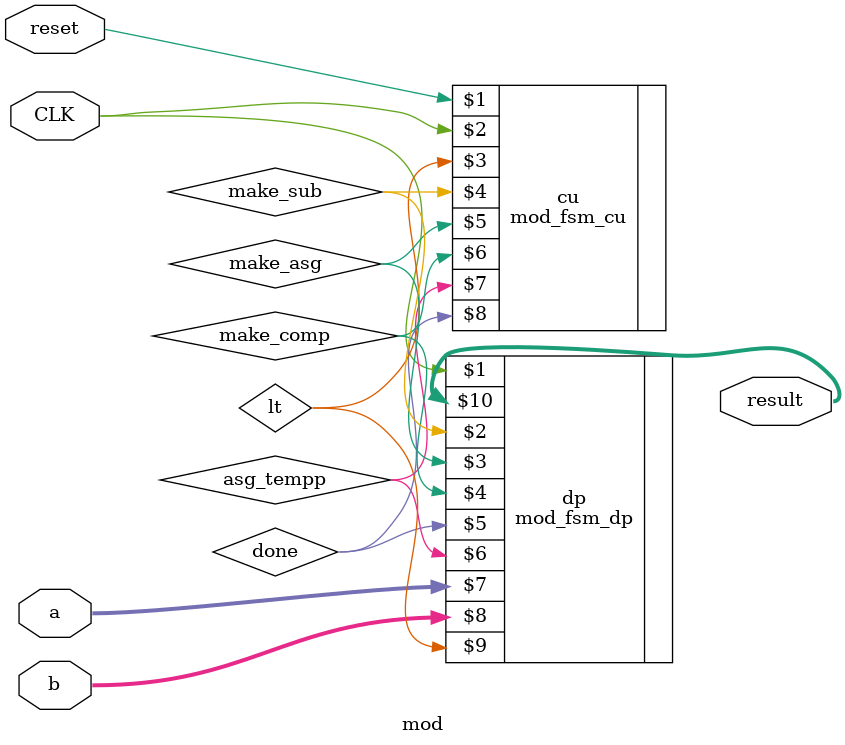
<source format=v>
module mod(input [31:0] a , input [31:0] b , input reset , input CLK , output[31:0] result);

	wire make_sub, make_asg, make_comp, asg_tempp, done;
	
	mod_fsm_cu cu(reset ,CLK ,lt , make_sub ,  make_asg ,  make_comp,  asg_tempp, done);
	mod_fsm_dp dp(CLK , make_sub , make_asg , make_comp , done , asg_tempp , a , b , lt , result);
	
endmodule

</source>
